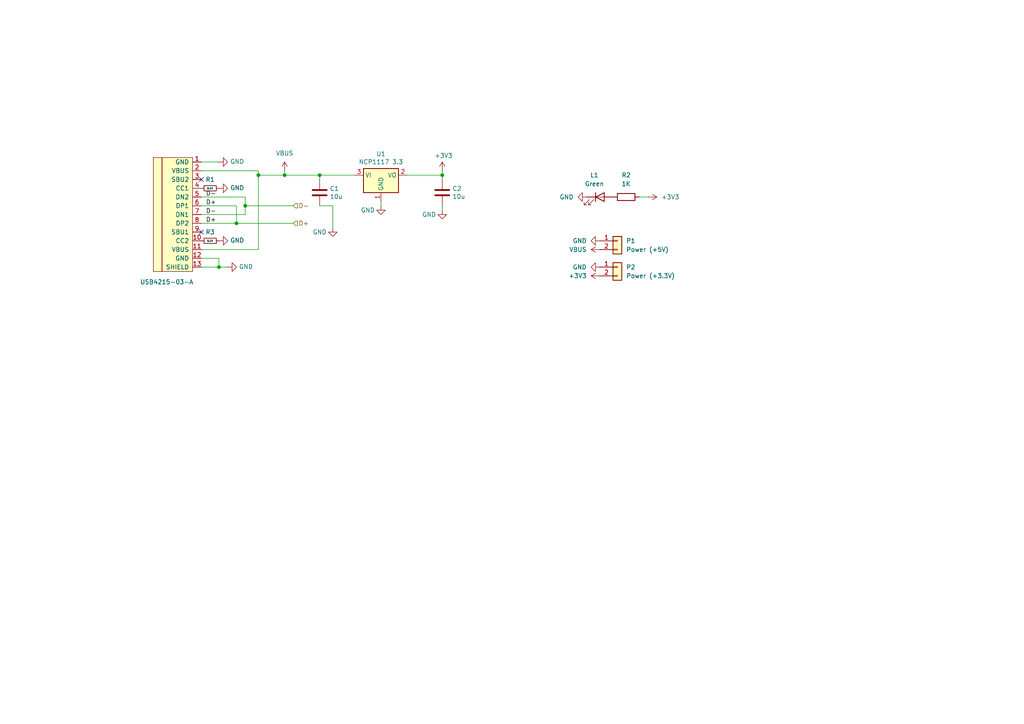
<source format=kicad_sch>
(kicad_sch (version 20231120) (generator "eeschema") (generator_version "8.0")
  (paper "A4")
  (title_block (title "Frank M2") (date "2025-02-02") (rev "1.02") (company "Mikhail Matveev") (comment 1 "https://github.com/xtremespb/frank"))
  (lib_symbols
    (symbol "+3V3_1" (power) (pin_numbers hide) (pin_names (offset 0) hide)
      (property "Value" "+3V3" (at 0 3.556 0))
      (symbol "+3V3_1_0_1"
        (polyline (pts (xy -0.762 1.27) (xy 0 2.54)))
        (polyline (pts (xy 0 0) (xy 0 2.54)))
        (polyline (pts (xy 0 2.54) (xy 0.762 1.27)))
      )
      (symbol "+3V3_1_1_1"
        (pin power_in line (at 0 0 90) (length 0) (name "~") (number "1"))
      )
    )
    (symbol "Connector_Generic:Conn_01x02" (pin_names (offset 1.016) hide)
      (property "Reference" "J" (at 0 2.54 0))
      (property "Value" "Conn_01x02" (at 0 -5.08 0))
      (symbol "Conn_01x02_1_1"
        (rectangle (start -1.27 -2.413) (end 0 -2.667) (stroke (width 0.1524)))
        (rectangle (start -1.27 0.127) (end 0 -0.127) (stroke (width 0.1524)))
        (rectangle (start -1.27 1.27) (end 1.27 -3.81) (stroke (width 0.254)) (fill (type background)))
        (pin passive line (at -5.08 0 0) (length 3.81) (name "Pin_1") (number "1"))
        (pin passive line (at -5.08 -2.54 0) (length 3.81) (name "Pin_2") (number "2"))
      )
    )
    (symbol "Device:C" (pin_numbers hide) (pin_names (offset 0.254))
      (property "Reference" "C" (at 0.635 2.54 0))
      (property "Value" "C" (at 0.635 -2.54 0))
      (symbol "C_0_1"
        (polyline (pts (xy -2.032 -0.762) (xy 2.032 -0.762)) (stroke (width 0.508)))
        (polyline (pts (xy -2.032 0.762) (xy 2.032 0.762)) (stroke (width 0.508)))
      )
      (symbol "C_1_1"
        (pin passive line (at 0 3.81 270) (length 2.794) (name "~") (number "1"))
        (pin passive line (at 0 -3.81 90) (length 2.794) (name "~") (number "2"))
      )
    )
    (symbol "Device:LED" (pin_numbers hide) (pin_names (offset 1.016) hide)
      (property "Reference" "D" (at 0 2.54 0))
      (property "Value" "LED" (at 0 -2.54 0))
      (symbol "LED_0_1"
        (polyline (pts (xy -1.27 -1.27) (xy -1.27 1.27)) (stroke (width 0.254)))
        (polyline (pts (xy -1.27 0) (xy 1.27 0)))
        (polyline (pts (xy 1.27 -1.27) (xy 1.27 1.27) (xy -1.27 0) (xy 1.27 -1.27)) (stroke (width 0.254)))
        (polyline (pts (xy -3.048 -0.762) (xy -4.572 -2.286) (xy -3.81 -2.286) (xy -4.572 -2.286) (xy -4.572 -1.524)))
        (polyline (pts (xy -1.778 -0.762) (xy -3.302 -2.286) (xy -2.54 -2.286) (xy -3.302 -2.286) (xy -3.302 -1.524)))
      )
      (symbol "LED_1_1"
        (pin passive line (at -3.81 0 0) (length 2.54) (name "K") (number "1"))
        (pin passive line (at 3.81 0 180) (length 2.54) (name "A") (number "2"))
      )
    )
    (symbol "Device:R" (pin_numbers hide) (pin_names (offset 0))
      (property "Reference" "R" (at 2.032 0 90))
      (property "Value" "R" (at 0 0 90))
      (symbol "R_0_1"
        (rectangle (start -1.016 -2.54) (end 1.016 2.54) (stroke (width 0.254)))
      )
      (symbol "R_1_1"
        (pin passive line (at 0 3.81 270) (length 1.27) (name "~") (number "1"))
        (pin passive line (at 0 -3.81 90) (length 1.27) (name "~") (number "2"))
      )
    )
    (symbol "Device:R_Small" (pin_numbers hide) (pin_names (offset 0.254) hide)
      (property "Reference" "R" (at 0.762 0.508 0))
      (property "Value" "R_Small" (at 0.762 -1.016 0))
      (symbol "R_Small_0_1"
        (rectangle (start -0.762 1.778) (end 0.762 -1.778) (stroke (width 0.2032)))
      )
      (symbol "R_Small_1_1"
        (pin passive line (at 0 2.54 270) (length 0.762) (name "~") (number "1"))
        (pin passive line (at 0 -2.54 90) (length 0.762) (name "~") (number "2"))
      )
    )
    (symbol "FRANK:USB-C" (pin_names (offset 1.016))
      (property "Value" "USB Type C" (at 0.254 -20.828 0))
      (symbol "USB-C_0_1"
        (rectangle (start -11.43 15.24) (end -8.89 -17.78) (fill (type background)))
        (rectangle (start 0 -17.78) (end -8.89 15.24) (fill (type background)))
      )
      (symbol "USB-C_1_1"
        (pin input line (at 2.54 13.97 180) (length 2.54) (name "GND") (number "1"))
        (pin input line (at 2.54 -8.89 180) (length 2.54) (name "CC2") (number "10"))
        (pin input line (at 2.54 -11.43 180) (length 2.54) (name "VBUS") (number "11"))
        (pin input line (at 2.54 -13.97 180) (length 2.54) (name "GND") (number "12"))
        (pin input line (at 2.54 -16.51 180) (length 2.54) (name "SHIELD") (number "13"))
        (pin input line (at 2.54 11.43 180) (length 2.54) (name "VBUS") (number "2"))
        (pin input line (at 2.54 8.89 180) (length 2.54) (name "SBU2") (number "3"))
        (pin input line (at 2.54 6.35 180) (length 2.54) (name "CC1") (number "4"))
        (pin input line (at 2.54 3.81 180) (length 2.54) (name "DN2") (number "5"))
        (pin input line (at 2.54 1.27 180) (length 2.54) (name "DP1") (number "6"))
        (pin input line (at 2.54 -1.27 180) (length 2.54) (name "DN1") (number "7"))
        (pin input line (at 2.54 -3.81 180) (length 2.54) (name "DP2") (number "8"))
        (pin input line (at 2.54 -6.35 180) (length 2.54) (name "SBU1") (number "9"))
      )
    )
    (symbol "GND_1" (power) (pin_numbers hide) (pin_names (offset 0) hide)
      (property "Value" "GND" (at 0 -3.81 0))
      (symbol "GND_1_0_1"
        (polyline (pts (xy 0 0) (xy 0 -1.27) (xy 1.27 -1.27) (xy 0 -2.54) (xy -1.27 -1.27) (xy 0 -1.27)))
      )
      (symbol "GND_1_1_1"
        (pin power_in line (at 0 0 270) (length 0) (name "~") (number "1"))
      )
    )
    (symbol "GND_2" (power) (pin_numbers hide) (pin_names (offset 0) hide)
      (property "Value" "GND" (at 0 -3.81 0))
      (symbol "GND_2_0_1"
        (polyline (pts (xy 0 0) (xy 0 -1.27) (xy 1.27 -1.27) (xy 0 -2.54) (xy -1.27 -1.27) (xy 0 -1.27)))
      )
      (symbol "GND_2_1_1"
        (pin power_in line (at 0 0 270) (length 0) (name "~") (number "1"))
      )
    )
    (symbol "GND_3" (power) (pin_numbers hide) (pin_names (offset 0) hide)
      (property "Value" "GND" (at 0 -3.81 0))
      (symbol "GND_3_0_1"
        (polyline (pts (xy 0 0) (xy 0 -1.27) (xy 1.27 -1.27) (xy 0 -2.54) (xy -1.27 -1.27) (xy 0 -1.27)))
      )
      (symbol "GND_3_1_1"
        (pin power_in line (at 0 0 270) (length 0) (name "~") (number "1"))
      )
    )
    (symbol "GND_4" (power) (pin_numbers hide) (pin_names (offset 0) hide)
      (property "Value" "GND" (at 0 -3.81 0))
      (symbol "GND_4_0_1"
        (polyline (pts (xy 0 0) (xy 0 -1.27) (xy 1.27 -1.27) (xy 0 -2.54) (xy -1.27 -1.27) (xy 0 -1.27)))
      )
      (symbol "GND_4_1_1"
        (pin power_in line (at 0 0 270) (length 0) (name "~") (number "1"))
      )
    )
    (symbol "GND_5" (power) (pin_numbers hide) (pin_names (offset 0) hide)
      (property "Value" "GND" (at 0 -3.81 0))
      (symbol "GND_5_0_1"
        (polyline (pts (xy 0 0) (xy 0 -1.27) (xy 1.27 -1.27) (xy 0 -2.54) (xy -1.27 -1.27) (xy 0 -1.27)))
      )
      (symbol "GND_5_1_1"
        (pin power_in line (at 0 0 270) (length 0) (name "~") (number "1"))
      )
    )
    (symbol "GND_6" (power) (pin_numbers hide) (pin_names (offset 0) hide)
      (property "Value" "GND" (at 0 -3.81 0))
      (symbol "GND_6_0_1"
        (polyline (pts (xy 0 0) (xy 0 -1.27) (xy 1.27 -1.27) (xy 0 -2.54) (xy -1.27 -1.27) (xy 0 -1.27)))
      )
      (symbol "GND_6_1_1"
        (pin power_in line (at 0 0 270) (length 0) (name "~") (number "1"))
      )
    )
    (symbol "GND_7" (power) (pin_numbers hide) (pin_names (offset 0) hide)
      (property "Value" "GND" (at 0 -3.81 0))
      (symbol "GND_7_0_1"
        (polyline (pts (xy 0 0) (xy 0 -1.27) (xy 1.27 -1.27) (xy 0 -2.54) (xy -1.27 -1.27) (xy 0 -1.27)))
      )
      (symbol "GND_7_1_1"
        (pin power_in line (at 0 0 270) (length 0) (name "~") (number "1"))
      )
    )
    (symbol "Regulator_Linear:NCP1117-3.3_SOT223"
      (property "Reference" "U" (at -3.81 3.175 0))
      (property "Value" "NCP1117-3.3_SOT223" (at 0 3.175 0))
      (symbol "NCP1117-3.3_SOT223_0_1"
        (rectangle (start -5.08 -5.08) (end 5.08 1.905) (stroke (width 0.254)) (fill (type background)))
      )
      (symbol "NCP1117-3.3_SOT223_1_1"
        (pin power_in line (at 0 -7.62 90) (length 2.54) (name "GND") (number "1"))
        (pin power_out line (at 7.62 0 180) (length 2.54) (name "VO") (number "2"))
        (pin power_in line (at -7.62 0 0) (length 2.54) (name "VI") (number "3"))
      )
    )
    (symbol "power:+3V3" (power) (pin_numbers hide) (pin_names (offset 0) hide)
      (property "Value" "+3V3" (at 0 3.556 0))
      (symbol "+3V3_0_1"
        (polyline (pts (xy -0.762 1.27) (xy 0 2.54)))
        (polyline (pts (xy 0 0) (xy 0 2.54)))
        (polyline (pts (xy 0 2.54) (xy 0.762 1.27)))
      )
      (symbol "+3V3_1_1"
        (pin power_in line (at 0 0 90) (length 0) (name "~") (number "1"))
      )
    )
    (symbol "power:GND" (power) (pin_numbers hide) (pin_names (offset 0) hide)
      (property "Value" "GND" (at 0 -3.81 0))
      (symbol "GND_0_1"
        (polyline (pts (xy 0 0) (xy 0 -1.27) (xy 1.27 -1.27) (xy 0 -2.54) (xy -1.27 -1.27) (xy 0 -1.27)))
      )
      (symbol "GND_1_1"
        (pin power_in line (at 0 0 270) (length 0) (name "~") (number "1"))
      )
    )
    (symbol "power:VBUS" (power) (pin_numbers hide) (pin_names (offset 0) hide)
      (property "Value" "VBUS" (at 0 3.556 0))
      (symbol "VBUS_0_1"
        (polyline (pts (xy -0.762 1.27) (xy 0 2.54)))
        (polyline (pts (xy 0 0) (xy 0 2.54)))
        (polyline (pts (xy 0 2.54) (xy 0.762 1.27)))
      )
      (symbol "VBUS_1_1"
        (pin power_in line (at 0 0 90) (length 0) (name "~") (number "1"))
      )
    )
  )
  (junction (at 74.93 50.8))
  (junction (at 68.58 64.77))
  (junction (at 82.55 50.8))
  (junction (at 92.71 50.8))
  (junction (at 63.5 77.47))
  (junction (at 128.27 50.8))
  (junction (at 71.12 59.69))
  (no_connect (at 58.42 67.31))
  (no_connect (at 58.42 52.07))
  (wire (pts (xy 58.42 49.53) (xy 74.93 49.53)))
  (wire (pts (xy 58.42 59.69) (xy 68.58 59.69)))
  (wire (pts (xy 82.55 50.8) (xy 92.71 50.8)))
  (wire (pts (xy 102.87 50.8) (xy 92.71 50.8)))
  (wire (pts (xy 128.27 50.8) (xy 128.27 49.53)))
  (wire (pts (xy 63.5 77.47) (xy 66.04 77.47)))
  (wire (pts (xy 82.55 49.53) (xy 82.55 50.8)))
  (wire (pts (xy 63.5 74.93) (xy 63.5 77.47)))
  (wire (pts (xy 74.93 72.39) (xy 58.42 72.39)))
  (wire (pts (xy 92.71 52.07) (xy 92.71 50.8)))
  (wire (pts (xy 128.27 52.07) (xy 128.27 50.8)))
  (wire (pts (xy 96.52 59.69) (xy 92.71 59.69)))
  (wire (pts (xy 118.11 50.8) (xy 128.27 50.8)))
  (wire (pts (xy 58.42 57.15) (xy 71.12 57.15)))
  (wire (pts (xy 58.42 62.23) (xy 71.12 62.23)))
  (wire (pts (xy 71.12 59.69) (xy 85.09 59.69)))
  (wire (pts (xy 74.93 50.8) (xy 74.93 72.39)))
  (wire (pts (xy 74.93 49.53) (xy 74.93 50.8)))
  (wire (pts (xy 71.12 59.69) (xy 71.12 62.23)))
  (wire (pts (xy 58.42 46.99) (xy 63.5 46.99)))
  (wire (pts (xy 128.27 59.69) (xy 128.27 60.96)))
  (wire (pts (xy 58.42 77.47) (xy 63.5 77.47)))
  (wire (pts (xy 58.42 64.77) (xy 68.58 64.77)))
  (wire (pts (xy 96.52 59.69) (xy 96.52 66.04)))
  (wire (pts (xy 58.42 74.93) (xy 63.5 74.93)))
  (wire (pts (xy 71.12 57.15) (xy 71.12 59.69)))
  (wire (pts (xy 185.42 57.15) (xy 187.96 57.15)))
  (wire (pts (xy 74.93 50.8) (xy 82.55 50.8)))
  (wire (pts (xy 110.49 58.42) (xy 110.49 59.69)))
  (wire (pts (xy 68.58 64.77) (xy 85.09 64.77)))
  (wire (pts (xy 68.58 59.69) (xy 68.58 64.77)))
  (label "D-" (at 59.69 62.23 0))
  (label "D+" (at 59.69 64.77 0))
  (label "D-" (at 59.69 57.15 0))
  (label "D+" (at 59.69 59.69 0))
  (hierarchical_label "D-" (shape input) (at 85.09 59.69 0))
  (hierarchical_label "D+" (shape input) (at 85.09 64.77 0))
  (symbol (lib_name "GND_3") (lib_id "power:GND") (at 96.52 66.04 0) (unit 1)
    (property "Reference" "#PWR010" (effects (hide yes)))
    (property "Value" "GND" (at 92.71 67.31 0))
    (property "Description" "Power symbol creates a global label with name \"GND\" , ground" (effects (hide yes)))
  )
  (symbol (lib_id "power:VBUS") (at 82.55 49.53 0) (unit 1)
    (property "Reference" "#PWR03" (effects (hide yes)))
    (property "Value" "VBUS" (at 82.55 44.45 0))
    (property "Description" "Power symbol creates a global label with name \"VBUS\"" (effects (hide yes)))
  )
  (symbol (lib_id "power:GND") (at 173.99 77.47 270) (unit 1)
    (property "Reference" "#PWR017" (effects (hide yes)))
    (property "Value" "GND" (at 170.18 77.4699 90) (effects (justify right)))
    (property "Description" "Power symbol creates a global label with name \"GND\" , ground" (effects (hide yes)))
  )
  (symbol (lib_name "GND_5") (lib_id "power:GND") (at 63.5 69.85 90) (unit 1)
    (property "Reference" "#PWR011" (effects (hide yes)))
    (property "Value" "GND" (at 66.7512 69.723 90) (effects (justify right)))
    (property "Description" "Power symbol creates a global label with name \"GND\" , ground" (effects (hide yes)))
  )
  (symbol (lib_name "GND_2") (lib_id "power:GND") (at 170.18 57.15 270) (unit 1)
    (property "Reference" "#PWR06" (effects (hide yes)))
    (property "Value" "GND" (at 166.37 57.1499 90) (effects (justify right)))
    (property "Description" "Power symbol creates a global label with name \"GND\" , ground" (effects (hide yes)))
  )
  (symbol (lib_id "Device:LED") (at 173.99 57.15 0) (unit 1)
    (property "Reference" "L1" (at 172.4025 50.8 0))
    (property "Value" "Green" (at 172.4025 53.34 0))
    (property "Footprint" "FRANK:LED (0805)" (effects (hide yes)))
    (property "Datasheet" "https://www.we-online.com/components/products/datasheet/15408085BA400.pdf" (effects (hide yes)))
    (property "Description" "Light emitting diode" (effects (hide yes)))
    (property "AliExpress" "https://www.aliexpress.com/item/1005007252088951.html" (effects (hide yes)))
  )
  (symbol (lib_id "Regulator_Linear:NCP1117-3.3_SOT223") (at 110.49 50.8 0) (unit 1)
    (property "Reference" "U1" (at 110.49 44.6532 0))
    (property "Value" "NCP1117 3.3" (at 110.49 46.9646 0))
    (property "Footprint" "FRANK:SOT-223" (effects (hide yes)))
    (property "Datasheet" "http://www.onsemi.com/pub_link/Collateral/NCP1117-D.PDF" (effects (hide yes)))
    (property "AliExpress" "https://www.aliexpress.com/item/1005005802338707.html" (effects (hide yes)))
  )
  (symbol (lib_id "Device:C") (at 128.27 55.88 0) (unit 1)
    (property "Reference" "C2" (at 131.191 54.7116 0) (effects (justify left)))
    (property "Value" "10u" (at 131.191 57.023 0) (effects (justify left)))
    (property "Footprint" "FRANK:Capacitor (0805)" (effects (hide yes)))
    (property "Datasheet" "https://eu.mouser.com/datasheet/2/40/KGM_X7R-3223212.pdf" (effects (hide yes)))
    (property "AliExpress" "https://www.aliexpress.com/item/33008008276.html" (effects (hide yes)))
  )
  (symbol (lib_id "power:GND") (at 173.99 69.85 270) (unit 1)
    (property "Reference" "#PWR012" (effects (hide yes)))
    (property "Value" "GND" (at 170.18 69.8499 90) (effects (justify right)))
    (property "Description" "Power symbol creates a global label with name \"GND\" , ground" (effects (hide yes)))
  )
  (symbol (lib_id "FRANK:USB-C") (at 55.88 60.96 0) (unit 1)
    (property "Reference" "USB1" (effects (hide yes)))
    (property "Value" "USB4215-03-A" (at 56.134 81.788 0) (effects (justify right)))
    (property "Footprint" "FRANK:USB Type C" (effects (hide yes)))
    (property "Datasheet" "https://eu.mouser.com/datasheet/2/837/usb4215-3472997.pdf" (effects (hide yes)))
    (property "LCSC" "C165948" (effects (hide yes)))
    (property "AliExpress" "https://www.aliexpress.com/item/1005005500797563.html" (effects (hide yes)))
  )
  (symbol (lib_id "Device:C") (at 92.71 55.88 0) (unit 1)
    (property "Reference" "C1" (at 95.631 54.7116 0) (effects (justify left)))
    (property "Value" "10u" (at 95.631 57.023 0) (effects (justify left)))
    (property "Footprint" "FRANK:Capacitor (0805)" (effects (hide yes)))
    (property "Datasheet" "https://eu.mouser.com/datasheet/2/40/KGM_X7R-3223212.pdf" (effects (hide yes)))
    (property "AliExpress" "https://www.aliexpress.com/item/33008008276.html" (effects (hide yes)))
  )
  (symbol (lib_id "Device:R") (at 181.61 57.15 90) (unit 1)
    (property "Reference" "R2" (at 181.61 50.8 90))
    (property "Value" "1K" (at 181.61 53.34 90))
    (property "Footprint" "FRANK:Resistor (0805)" (effects (hide yes)))
    (property "Datasheet" "https://www.vishay.com/docs/28952/mcs0402at-mct0603at-mcu0805at-mca1206at.pdf" (effects (hide yes)))
    (property "Description" "Resistor" (effects (hide yes)))
    (property "AliExpress" "https://www.vishay.com/docs/28952/mcs0402at-mct0603at-mcu0805at-mca1206at.pdf" (effects (hide yes)))
  )
  (symbol (lib_id "Device:R_Small") (at 60.96 69.85 270) (unit 1)
    (property "Reference" "R3" (at 60.96 67.31 90))
    (property "Value" "5.1K" (at 60.96 69.85 90) (effects (font (size 0.508 0.508))))
    (property "Footprint" "FRANK:Resistor (0805)" (effects (hide yes)))
    (property "Datasheet" "https://www.vishay.com/docs/28952/mcs0402at-mct0603at-mcu0805at-mca1206at.pdf" (effects (hide yes)))
    (property "LCSC" " " (effects (hide yes)))
    (property "AliExpress" "https://www.aliexpress.com/item/1005005945735199.html" (effects (hide yes)))
  )
  (symbol (lib_name "GND_6") (lib_id "power:GND") (at 63.5 54.61 90) (unit 1)
    (property "Reference" "#PWR05" (effects (hide yes)))
    (property "Value" "GND" (at 66.7512 54.483 90) (effects (justify right)))
    (property "Description" "Power symbol creates a global label with name \"GND\" , ground" (effects (hide yes)))
  )
  (symbol (lib_name "GND_1") (lib_id "power:GND") (at 128.27 60.96 0) (unit 1)
    (property "Reference" "#PWR09" (effects (hide yes)))
    (property "Value" "GND" (at 124.46 62.23 0))
    (property "Description" "Power symbol creates a global label with name \"GND\" , ground" (effects (hide yes)))
  )
  (symbol (lib_id "power:VBUS") (at 173.99 72.39 90) (unit 1)
    (property "Reference" "#PWR013" (effects (hide yes)))
    (property "Value" "VBUS" (at 170.18 72.3899 90) (effects (justify left)))
    (property "Description" "Power symbol creates a global label with name \"VBUS\"" (effects (hide yes)))
  )
  (symbol (lib_id "power:+3V3") (at 128.27 49.53 0) (unit 1)
    (property "Reference" "#PWR04" (effects (hide yes)))
    (property "Value" "+3V3" (at 128.651 45.1358 0))
    (property "Description" "Power symbol creates a global label with name \"+3V3\"" (effects (hide yes)))
  )
  (symbol (lib_id "Device:R_Small") (at 60.96 54.61 270) (unit 1)
    (property "Reference" "R1" (at 60.96 52.07 90))
    (property "Value" "5.1K" (at 60.96 54.61 90) (effects (font (size 0.508 0.508))))
    (property "Footprint" "FRANK:Resistor (0805)" (effects (hide yes)))
    (property "Datasheet" "https://www.vishay.com/docs/28952/mcs0402at-mct0603at-mcu0805at-mca1206at.pdf" (effects (hide yes)))
    (property "LCSC" " " (effects (hide yes)))
    (property "AliExpress" "https://www.aliexpress.com/item/1005005945735199.html" (effects (hide yes)))
  )
  (symbol (lib_id "Connector_Generic:Conn_01x02") (at 179.07 69.85 0) (unit 1)
    (property "Reference" "P1" (at 181.61 69.8499 0) (effects (justify left)))
    (property "Value" "Power (+5V)" (at 181.61 72.3899 0) (effects (justify left)))
    (property "Footprint" "FRANK:Pin Header (1x02)" (effects (hide yes)))
    (property "Datasheet" "https://docs.rs-online.com/827f/0900766b80da4f03.pdf" (effects (hide yes)))
    (property "Description" "Generic connector, single row, 01x02, script generated (kicad-library-utils/schlib/autogen/connector/)" (effects (hide yes)))
    (property "AliExpress" "https://www.aliexpress.com/item/1005007039504981.html" (effects (hide yes)))
  )
  (symbol (lib_id "power:GND") (at 63.5 46.99 90) (unit 1)
    (property "Reference" "#PWR02" (effects (hide yes)))
    (property "Value" "GND" (at 66.7512 46.863 90) (effects (justify right)))
    (property "Description" "Power symbol creates a global label with name \"GND\" , ground" (effects (hide yes)))
  )
  (symbol (lib_name "GND_7") (lib_id "power:GND") (at 66.04 77.47 90) (unit 1)
    (property "Reference" "#PWR014" (effects (hide yes)))
    (property "Value" "GND" (at 69.2912 77.343 90) (effects (justify right)))
    (property "Description" "Power symbol creates a global label with name \"GND\" , ground" (effects (hide yes)))
  )
  (symbol (lib_id "Connector_Generic:Conn_01x02") (at 179.07 77.47 0) (unit 1)
    (property "Reference" "P2" (at 181.61 77.4699 0) (effects (justify left)))
    (property "Value" "Power (+3.3V)" (at 181.61 80.0099 0) (effects (justify left)))
    (property "Footprint" "FRANK:Pin Header (1x02)" (effects (hide yes)))
    (property "Datasheet" "https://docs.rs-online.com/827f/0900766b80da4f03.pdf" (effects (hide yes)))
    (property "Description" "Generic connector, single row, 01x02, script generated (kicad-library-utils/schlib/autogen/connector/)" (effects (hide yes)))
    (property "AliExpress" "https://www.aliexpress.com/item/1005007039504981.html" (effects (hide yes)))
  )
  (symbol (lib_id "power:+3V3") (at 173.99 80.01 90) (unit 1)
    (property "Reference" "#PWR019" (effects (hide yes)))
    (property "Value" "+3V3" (at 170.18 80.0099 90) (effects (justify left)))
    (property "Description" "Power symbol creates a global label with name \"+3V3\"" (effects (hide yes)))
  )
  (symbol (lib_name "+3V3_1") (lib_id "power:+3V3") (at 187.96 57.15 270) (unit 1)
    (property "Reference" "#PWR07" (effects (hide yes)))
    (property "Value" "+3V3" (at 191.77 57.1499 90) (effects (justify left)))
    (property "Description" "Power symbol creates a global label with name \"+3V3\"" (effects (hide yes)))
  )
  (symbol (lib_name "GND_4") (lib_id "power:GND") (at 110.49 59.69 0) (unit 1)
    (property "Reference" "#PWR08" (effects (hide yes)))
    (property "Value" "GND" (at 106.68 60.96 0))
    (property "Description" "Power symbol creates a global label with name \"GND\" , ground" (effects (hide yes)))
  )
)
</source>
